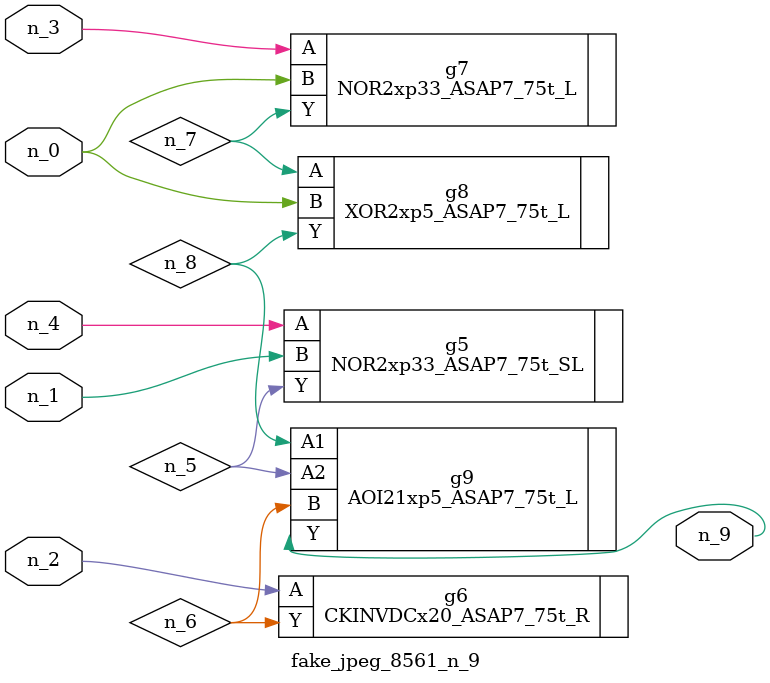
<source format=v>
module fake_jpeg_8561_n_9 (n_3, n_2, n_1, n_0, n_4, n_9);

input n_3;
input n_2;
input n_1;
input n_0;
input n_4;

output n_9;

wire n_8;
wire n_6;
wire n_5;
wire n_7;

NOR2xp33_ASAP7_75t_SL g5 ( 
.A(n_4),
.B(n_1),
.Y(n_5)
);

CKINVDCx20_ASAP7_75t_R g6 ( 
.A(n_2),
.Y(n_6)
);

NOR2xp33_ASAP7_75t_L g7 ( 
.A(n_3),
.B(n_0),
.Y(n_7)
);

XOR2xp5_ASAP7_75t_L g8 ( 
.A(n_7),
.B(n_0),
.Y(n_8)
);

AOI21xp5_ASAP7_75t_L g9 ( 
.A1(n_8),
.A2(n_5),
.B(n_6),
.Y(n_9)
);


endmodule
</source>
